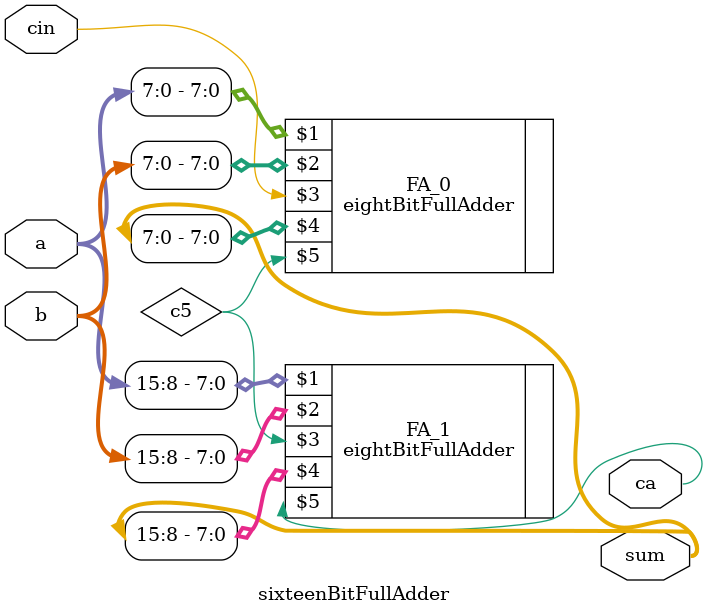
<source format=v>
`include "eightBitFullAdder.v"
module sixteenBitFullAdder (a, b, cin, sum, ca);
input [15:0] a, b;
input cin;

output [15:0] sum;
output ca;

wire c5;

eightBitFullAdder FA_0 (a[7:0], b[7:0], cin, sum[7:0], c5);
eightBitFullAdder FA_1 (a[15:8], b[15:8], c5, sum[15:8], ca);

endmodule

</source>
